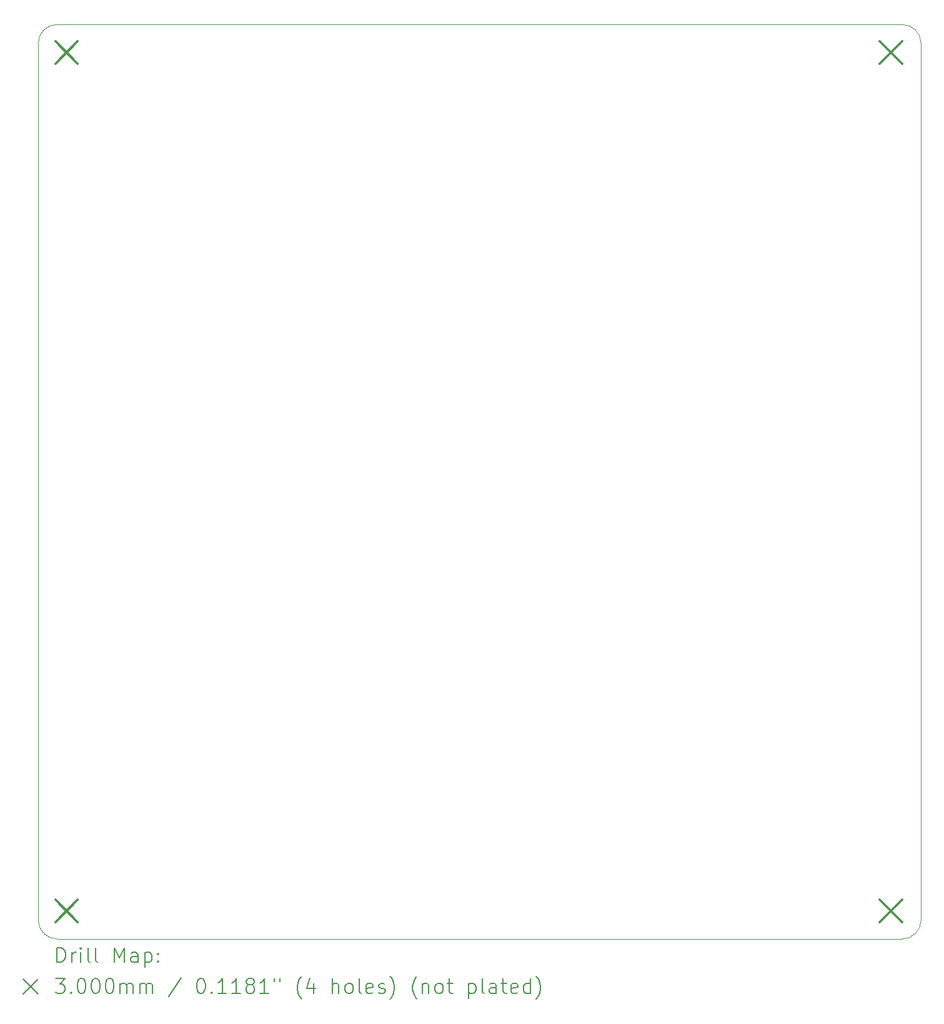
<source format=gbr>
%FSLAX45Y45*%
G04 Gerber Fmt 4.5, Leading zero omitted, Abs format (unit mm)*
G04 Created by KiCad (PCBNEW (6.0.2-0)) date 2023-05-16 15:48:21*
%MOMM*%
%LPD*%
G01*
G04 APERTURE LIST*
%TA.AperFunction,Profile*%
%ADD10C,0.100000*%
%TD*%
%ADD11C,0.200000*%
%ADD12C,0.300000*%
G04 APERTURE END LIST*
D10*
X4064000Y-3418105D02*
G75*
G03*
X3810000Y-3672105I0J-254000D01*
G01*
X15771495Y-3672105D02*
X15771495Y-15557500D01*
X3810000Y-15557500D02*
G75*
G03*
X4064000Y-15811500I254000J0D01*
G01*
X15517495Y-15811500D02*
G75*
G03*
X15771495Y-15557500I0J254000D01*
G01*
X4064000Y-15811500D02*
X15517495Y-15811500D01*
X3810000Y-3672105D02*
X3810000Y-15557500D01*
X15771495Y-3672105D02*
G75*
G03*
X15517495Y-3418105I-254000J0D01*
G01*
X15517495Y-3418105D02*
X4064000Y-3418105D01*
D11*
D12*
X4041000Y-3649110D02*
X4341000Y-3949110D01*
X4341000Y-3649110D02*
X4041000Y-3949110D01*
X4041000Y-15280700D02*
X4341000Y-15580700D01*
X4341000Y-15280700D02*
X4041000Y-15580700D01*
X15215290Y-3649110D02*
X15515290Y-3949110D01*
X15515290Y-3649110D02*
X15215290Y-3949110D01*
X15215290Y-15280700D02*
X15515290Y-15580700D01*
X15515290Y-15280700D02*
X15215290Y-15580700D01*
D11*
X4062619Y-16126976D02*
X4062619Y-15926976D01*
X4110238Y-15926976D01*
X4138809Y-15936500D01*
X4157857Y-15955548D01*
X4167381Y-15974595D01*
X4176905Y-16012690D01*
X4176905Y-16041262D01*
X4167381Y-16079357D01*
X4157857Y-16098405D01*
X4138809Y-16117452D01*
X4110238Y-16126976D01*
X4062619Y-16126976D01*
X4262619Y-16126976D02*
X4262619Y-15993643D01*
X4262619Y-16031738D02*
X4272143Y-16012690D01*
X4281667Y-16003167D01*
X4300714Y-15993643D01*
X4319762Y-15993643D01*
X4386429Y-16126976D02*
X4386429Y-15993643D01*
X4386429Y-15926976D02*
X4376905Y-15936500D01*
X4386429Y-15946024D01*
X4395952Y-15936500D01*
X4386429Y-15926976D01*
X4386429Y-15946024D01*
X4510238Y-16126976D02*
X4491190Y-16117452D01*
X4481667Y-16098405D01*
X4481667Y-15926976D01*
X4615000Y-16126976D02*
X4595952Y-16117452D01*
X4586429Y-16098405D01*
X4586429Y-15926976D01*
X4843571Y-16126976D02*
X4843571Y-15926976D01*
X4910238Y-16069833D01*
X4976905Y-15926976D01*
X4976905Y-16126976D01*
X5157857Y-16126976D02*
X5157857Y-16022214D01*
X5148333Y-16003167D01*
X5129286Y-15993643D01*
X5091190Y-15993643D01*
X5072143Y-16003167D01*
X5157857Y-16117452D02*
X5138810Y-16126976D01*
X5091190Y-16126976D01*
X5072143Y-16117452D01*
X5062619Y-16098405D01*
X5062619Y-16079357D01*
X5072143Y-16060309D01*
X5091190Y-16050786D01*
X5138810Y-16050786D01*
X5157857Y-16041262D01*
X5253095Y-15993643D02*
X5253095Y-16193643D01*
X5253095Y-16003167D02*
X5272143Y-15993643D01*
X5310238Y-15993643D01*
X5329286Y-16003167D01*
X5338810Y-16012690D01*
X5348333Y-16031738D01*
X5348333Y-16088881D01*
X5338810Y-16107928D01*
X5329286Y-16117452D01*
X5310238Y-16126976D01*
X5272143Y-16126976D01*
X5253095Y-16117452D01*
X5434048Y-16107928D02*
X5443571Y-16117452D01*
X5434048Y-16126976D01*
X5424524Y-16117452D01*
X5434048Y-16107928D01*
X5434048Y-16126976D01*
X5434048Y-16003167D02*
X5443571Y-16012690D01*
X5434048Y-16022214D01*
X5424524Y-16012690D01*
X5434048Y-16003167D01*
X5434048Y-16022214D01*
X3605000Y-16356500D02*
X3805000Y-16556500D01*
X3805000Y-16356500D02*
X3605000Y-16556500D01*
X4043571Y-16346976D02*
X4167381Y-16346976D01*
X4100714Y-16423167D01*
X4129286Y-16423167D01*
X4148333Y-16432690D01*
X4157857Y-16442214D01*
X4167381Y-16461262D01*
X4167381Y-16508881D01*
X4157857Y-16527928D01*
X4148333Y-16537452D01*
X4129286Y-16546976D01*
X4072143Y-16546976D01*
X4053095Y-16537452D01*
X4043571Y-16527928D01*
X4253095Y-16527928D02*
X4262619Y-16537452D01*
X4253095Y-16546976D01*
X4243571Y-16537452D01*
X4253095Y-16527928D01*
X4253095Y-16546976D01*
X4386429Y-16346976D02*
X4405476Y-16346976D01*
X4424524Y-16356500D01*
X4434048Y-16366024D01*
X4443571Y-16385071D01*
X4453095Y-16423167D01*
X4453095Y-16470786D01*
X4443571Y-16508881D01*
X4434048Y-16527928D01*
X4424524Y-16537452D01*
X4405476Y-16546976D01*
X4386429Y-16546976D01*
X4367381Y-16537452D01*
X4357857Y-16527928D01*
X4348333Y-16508881D01*
X4338810Y-16470786D01*
X4338810Y-16423167D01*
X4348333Y-16385071D01*
X4357857Y-16366024D01*
X4367381Y-16356500D01*
X4386429Y-16346976D01*
X4576905Y-16346976D02*
X4595952Y-16346976D01*
X4615000Y-16356500D01*
X4624524Y-16366024D01*
X4634048Y-16385071D01*
X4643571Y-16423167D01*
X4643571Y-16470786D01*
X4634048Y-16508881D01*
X4624524Y-16527928D01*
X4615000Y-16537452D01*
X4595952Y-16546976D01*
X4576905Y-16546976D01*
X4557857Y-16537452D01*
X4548333Y-16527928D01*
X4538810Y-16508881D01*
X4529286Y-16470786D01*
X4529286Y-16423167D01*
X4538810Y-16385071D01*
X4548333Y-16366024D01*
X4557857Y-16356500D01*
X4576905Y-16346976D01*
X4767381Y-16346976D02*
X4786429Y-16346976D01*
X4805476Y-16356500D01*
X4815000Y-16366024D01*
X4824524Y-16385071D01*
X4834048Y-16423167D01*
X4834048Y-16470786D01*
X4824524Y-16508881D01*
X4815000Y-16527928D01*
X4805476Y-16537452D01*
X4786429Y-16546976D01*
X4767381Y-16546976D01*
X4748333Y-16537452D01*
X4738810Y-16527928D01*
X4729286Y-16508881D01*
X4719762Y-16470786D01*
X4719762Y-16423167D01*
X4729286Y-16385071D01*
X4738810Y-16366024D01*
X4748333Y-16356500D01*
X4767381Y-16346976D01*
X4919762Y-16546976D02*
X4919762Y-16413643D01*
X4919762Y-16432690D02*
X4929286Y-16423167D01*
X4948333Y-16413643D01*
X4976905Y-16413643D01*
X4995952Y-16423167D01*
X5005476Y-16442214D01*
X5005476Y-16546976D01*
X5005476Y-16442214D02*
X5015000Y-16423167D01*
X5034048Y-16413643D01*
X5062619Y-16413643D01*
X5081667Y-16423167D01*
X5091190Y-16442214D01*
X5091190Y-16546976D01*
X5186429Y-16546976D02*
X5186429Y-16413643D01*
X5186429Y-16432690D02*
X5195952Y-16423167D01*
X5215000Y-16413643D01*
X5243571Y-16413643D01*
X5262619Y-16423167D01*
X5272143Y-16442214D01*
X5272143Y-16546976D01*
X5272143Y-16442214D02*
X5281667Y-16423167D01*
X5300714Y-16413643D01*
X5329286Y-16413643D01*
X5348333Y-16423167D01*
X5357857Y-16442214D01*
X5357857Y-16546976D01*
X5748333Y-16337452D02*
X5576905Y-16594595D01*
X6005476Y-16346976D02*
X6024524Y-16346976D01*
X6043571Y-16356500D01*
X6053095Y-16366024D01*
X6062619Y-16385071D01*
X6072143Y-16423167D01*
X6072143Y-16470786D01*
X6062619Y-16508881D01*
X6053095Y-16527928D01*
X6043571Y-16537452D01*
X6024524Y-16546976D01*
X6005476Y-16546976D01*
X5986428Y-16537452D01*
X5976905Y-16527928D01*
X5967381Y-16508881D01*
X5957857Y-16470786D01*
X5957857Y-16423167D01*
X5967381Y-16385071D01*
X5976905Y-16366024D01*
X5986428Y-16356500D01*
X6005476Y-16346976D01*
X6157857Y-16527928D02*
X6167381Y-16537452D01*
X6157857Y-16546976D01*
X6148333Y-16537452D01*
X6157857Y-16527928D01*
X6157857Y-16546976D01*
X6357857Y-16546976D02*
X6243571Y-16546976D01*
X6300714Y-16546976D02*
X6300714Y-16346976D01*
X6281667Y-16375548D01*
X6262619Y-16394595D01*
X6243571Y-16404119D01*
X6548333Y-16546976D02*
X6434048Y-16546976D01*
X6491190Y-16546976D02*
X6491190Y-16346976D01*
X6472143Y-16375548D01*
X6453095Y-16394595D01*
X6434048Y-16404119D01*
X6662619Y-16432690D02*
X6643571Y-16423167D01*
X6634048Y-16413643D01*
X6624524Y-16394595D01*
X6624524Y-16385071D01*
X6634048Y-16366024D01*
X6643571Y-16356500D01*
X6662619Y-16346976D01*
X6700714Y-16346976D01*
X6719762Y-16356500D01*
X6729286Y-16366024D01*
X6738809Y-16385071D01*
X6738809Y-16394595D01*
X6729286Y-16413643D01*
X6719762Y-16423167D01*
X6700714Y-16432690D01*
X6662619Y-16432690D01*
X6643571Y-16442214D01*
X6634048Y-16451738D01*
X6624524Y-16470786D01*
X6624524Y-16508881D01*
X6634048Y-16527928D01*
X6643571Y-16537452D01*
X6662619Y-16546976D01*
X6700714Y-16546976D01*
X6719762Y-16537452D01*
X6729286Y-16527928D01*
X6738809Y-16508881D01*
X6738809Y-16470786D01*
X6729286Y-16451738D01*
X6719762Y-16442214D01*
X6700714Y-16432690D01*
X6929286Y-16546976D02*
X6815000Y-16546976D01*
X6872143Y-16546976D02*
X6872143Y-16346976D01*
X6853095Y-16375548D01*
X6834048Y-16394595D01*
X6815000Y-16404119D01*
X7005476Y-16346976D02*
X7005476Y-16385071D01*
X7081667Y-16346976D02*
X7081667Y-16385071D01*
X7376905Y-16623167D02*
X7367381Y-16613643D01*
X7348333Y-16585071D01*
X7338809Y-16566024D01*
X7329286Y-16537452D01*
X7319762Y-16489833D01*
X7319762Y-16451738D01*
X7329286Y-16404119D01*
X7338809Y-16375548D01*
X7348333Y-16356500D01*
X7367381Y-16327928D01*
X7376905Y-16318405D01*
X7538809Y-16413643D02*
X7538809Y-16546976D01*
X7491190Y-16337452D02*
X7443571Y-16480309D01*
X7567381Y-16480309D01*
X7795952Y-16546976D02*
X7795952Y-16346976D01*
X7881667Y-16546976D02*
X7881667Y-16442214D01*
X7872143Y-16423167D01*
X7853095Y-16413643D01*
X7824524Y-16413643D01*
X7805476Y-16423167D01*
X7795952Y-16432690D01*
X8005476Y-16546976D02*
X7986428Y-16537452D01*
X7976905Y-16527928D01*
X7967381Y-16508881D01*
X7967381Y-16451738D01*
X7976905Y-16432690D01*
X7986428Y-16423167D01*
X8005476Y-16413643D01*
X8034048Y-16413643D01*
X8053095Y-16423167D01*
X8062619Y-16432690D01*
X8072143Y-16451738D01*
X8072143Y-16508881D01*
X8062619Y-16527928D01*
X8053095Y-16537452D01*
X8034048Y-16546976D01*
X8005476Y-16546976D01*
X8186428Y-16546976D02*
X8167381Y-16537452D01*
X8157857Y-16518405D01*
X8157857Y-16346976D01*
X8338809Y-16537452D02*
X8319762Y-16546976D01*
X8281667Y-16546976D01*
X8262619Y-16537452D01*
X8253095Y-16518405D01*
X8253095Y-16442214D01*
X8262619Y-16423167D01*
X8281667Y-16413643D01*
X8319762Y-16413643D01*
X8338809Y-16423167D01*
X8348333Y-16442214D01*
X8348333Y-16461262D01*
X8253095Y-16480309D01*
X8424524Y-16537452D02*
X8443571Y-16546976D01*
X8481667Y-16546976D01*
X8500714Y-16537452D01*
X8510238Y-16518405D01*
X8510238Y-16508881D01*
X8500714Y-16489833D01*
X8481667Y-16480309D01*
X8453095Y-16480309D01*
X8434048Y-16470786D01*
X8424524Y-16451738D01*
X8424524Y-16442214D01*
X8434048Y-16423167D01*
X8453095Y-16413643D01*
X8481667Y-16413643D01*
X8500714Y-16423167D01*
X8576905Y-16623167D02*
X8586429Y-16613643D01*
X8605476Y-16585071D01*
X8615000Y-16566024D01*
X8624524Y-16537452D01*
X8634048Y-16489833D01*
X8634048Y-16451738D01*
X8624524Y-16404119D01*
X8615000Y-16375548D01*
X8605476Y-16356500D01*
X8586429Y-16327928D01*
X8576905Y-16318405D01*
X8938810Y-16623167D02*
X8929286Y-16613643D01*
X8910238Y-16585071D01*
X8900714Y-16566024D01*
X8891190Y-16537452D01*
X8881667Y-16489833D01*
X8881667Y-16451738D01*
X8891190Y-16404119D01*
X8900714Y-16375548D01*
X8910238Y-16356500D01*
X8929286Y-16327928D01*
X8938810Y-16318405D01*
X9015000Y-16413643D02*
X9015000Y-16546976D01*
X9015000Y-16432690D02*
X9024524Y-16423167D01*
X9043571Y-16413643D01*
X9072143Y-16413643D01*
X9091190Y-16423167D01*
X9100714Y-16442214D01*
X9100714Y-16546976D01*
X9224524Y-16546976D02*
X9205476Y-16537452D01*
X9195952Y-16527928D01*
X9186429Y-16508881D01*
X9186429Y-16451738D01*
X9195952Y-16432690D01*
X9205476Y-16423167D01*
X9224524Y-16413643D01*
X9253095Y-16413643D01*
X9272143Y-16423167D01*
X9281667Y-16432690D01*
X9291190Y-16451738D01*
X9291190Y-16508881D01*
X9281667Y-16527928D01*
X9272143Y-16537452D01*
X9253095Y-16546976D01*
X9224524Y-16546976D01*
X9348333Y-16413643D02*
X9424524Y-16413643D01*
X9376905Y-16346976D02*
X9376905Y-16518405D01*
X9386429Y-16537452D01*
X9405476Y-16546976D01*
X9424524Y-16546976D01*
X9643571Y-16413643D02*
X9643571Y-16613643D01*
X9643571Y-16423167D02*
X9662619Y-16413643D01*
X9700714Y-16413643D01*
X9719762Y-16423167D01*
X9729286Y-16432690D01*
X9738810Y-16451738D01*
X9738810Y-16508881D01*
X9729286Y-16527928D01*
X9719762Y-16537452D01*
X9700714Y-16546976D01*
X9662619Y-16546976D01*
X9643571Y-16537452D01*
X9853095Y-16546976D02*
X9834048Y-16537452D01*
X9824524Y-16518405D01*
X9824524Y-16346976D01*
X10015000Y-16546976D02*
X10015000Y-16442214D01*
X10005476Y-16423167D01*
X9986429Y-16413643D01*
X9948333Y-16413643D01*
X9929286Y-16423167D01*
X10015000Y-16537452D02*
X9995952Y-16546976D01*
X9948333Y-16546976D01*
X9929286Y-16537452D01*
X9919762Y-16518405D01*
X9919762Y-16499357D01*
X9929286Y-16480309D01*
X9948333Y-16470786D01*
X9995952Y-16470786D01*
X10015000Y-16461262D01*
X10081667Y-16413643D02*
X10157857Y-16413643D01*
X10110238Y-16346976D02*
X10110238Y-16518405D01*
X10119762Y-16537452D01*
X10138810Y-16546976D01*
X10157857Y-16546976D01*
X10300714Y-16537452D02*
X10281667Y-16546976D01*
X10243571Y-16546976D01*
X10224524Y-16537452D01*
X10215000Y-16518405D01*
X10215000Y-16442214D01*
X10224524Y-16423167D01*
X10243571Y-16413643D01*
X10281667Y-16413643D01*
X10300714Y-16423167D01*
X10310238Y-16442214D01*
X10310238Y-16461262D01*
X10215000Y-16480309D01*
X10481667Y-16546976D02*
X10481667Y-16346976D01*
X10481667Y-16537452D02*
X10462619Y-16546976D01*
X10424524Y-16546976D01*
X10405476Y-16537452D01*
X10395952Y-16527928D01*
X10386429Y-16508881D01*
X10386429Y-16451738D01*
X10395952Y-16432690D01*
X10405476Y-16423167D01*
X10424524Y-16413643D01*
X10462619Y-16413643D01*
X10481667Y-16423167D01*
X10557857Y-16623167D02*
X10567381Y-16613643D01*
X10586429Y-16585071D01*
X10595952Y-16566024D01*
X10605476Y-16537452D01*
X10615000Y-16489833D01*
X10615000Y-16451738D01*
X10605476Y-16404119D01*
X10595952Y-16375548D01*
X10586429Y-16356500D01*
X10567381Y-16327928D01*
X10557857Y-16318405D01*
M02*

</source>
